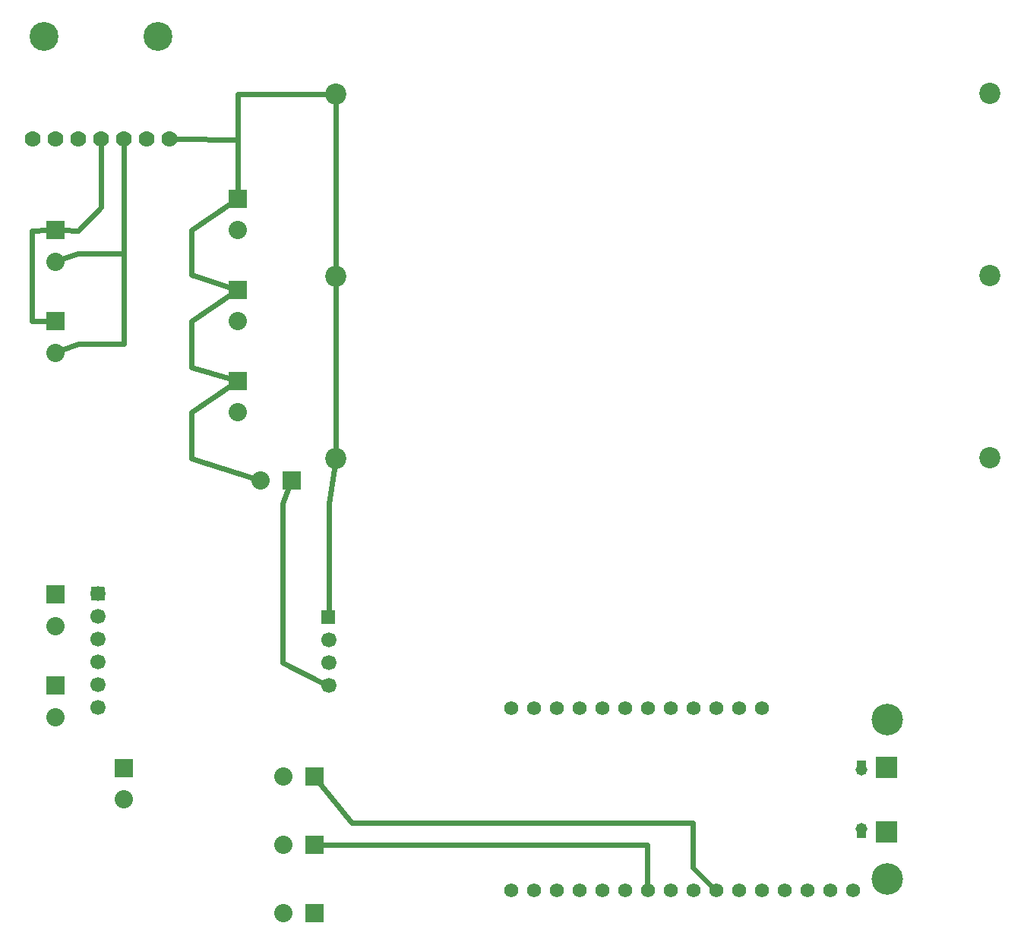
<source format=gbl>
G04 MADE WITH FRITZING*
G04 WWW.FRITZING.ORG*
G04 DOUBLE SIDED*
G04 HOLES PLATED*
G04 CONTOUR ON CENTER OF CONTOUR VECTOR*
%ASAXBY*%
%FSLAX23Y23*%
%MOIN*%
%OFA0B0*%
%SFA1.0B1.0*%
%ADD10C,0.126614*%
%ADD11C,0.070000*%
%ADD12C,0.080000*%
%ADD13C,0.093000*%
%ADD14C,0.138425*%
%ADD15C,0.095000*%
%ADD16C,0.051496*%
%ADD17C,0.062000*%
%ADD18C,0.066555*%
%ADD19C,0.049194*%
%ADD20R,0.080000X0.080000*%
%ADD21R,0.095000X0.095000*%
%ADD22C,0.024000*%
%ADD23R,0.001000X0.001000*%
%LNCOPPER0*%
G90*
G70*
G54D10*
X800Y4427D03*
G54D11*
X250Y3977D03*
X350Y3977D03*
X450Y3977D03*
X550Y3977D03*
X650Y3977D03*
X750Y3977D03*
X850Y3977D03*
G54D10*
X300Y4427D03*
G54D12*
X650Y1215D03*
X650Y1077D03*
X650Y1215D03*
X650Y1077D03*
X350Y1577D03*
X350Y1439D03*
X350Y1577D03*
X350Y1439D03*
X350Y3177D03*
X350Y3039D03*
X350Y3177D03*
X350Y3039D03*
X1387Y2477D03*
X1250Y2477D03*
X1387Y2477D03*
X1250Y2477D03*
X1487Y877D03*
X1350Y877D03*
X1487Y877D03*
X1350Y877D03*
X1487Y577D03*
X1350Y577D03*
X1487Y577D03*
X1350Y577D03*
X1487Y1177D03*
X1350Y1177D03*
X1487Y1177D03*
X1350Y1177D03*
X1150Y2915D03*
X1150Y2777D03*
X1150Y2915D03*
X1150Y2777D03*
X1150Y3315D03*
X1150Y3177D03*
X1150Y3315D03*
X1150Y3177D03*
X1150Y3715D03*
X1150Y3577D03*
X1150Y3715D03*
X1150Y3577D03*
X350Y1977D03*
X350Y1839D03*
X350Y1977D03*
X350Y1839D03*
X350Y3577D03*
X350Y3439D03*
X350Y3577D03*
X350Y3439D03*
G54D13*
X1581Y4176D03*
X4450Y4177D03*
X1581Y4176D03*
X4450Y4177D03*
X1581Y3376D03*
X4450Y3377D03*
X1581Y3376D03*
X4450Y3377D03*
X1581Y2576D03*
X4450Y2577D03*
X1581Y2576D03*
X4450Y2577D03*
G54D14*
X4000Y727D03*
G54D15*
X3999Y1219D03*
G54D16*
X3889Y1207D03*
G54D17*
X2350Y677D03*
X2450Y677D03*
X2550Y677D03*
X2650Y677D03*
X2750Y677D03*
X2850Y677D03*
X2950Y677D03*
X3050Y677D03*
X3150Y677D03*
G54D14*
X4000Y1427D03*
G54D17*
X3250Y677D03*
X3350Y677D03*
X3450Y677D03*
X3550Y677D03*
X3650Y677D03*
X3750Y677D03*
X3850Y677D03*
X3450Y1477D03*
X3350Y1477D03*
X3250Y1477D03*
X3150Y1477D03*
X3050Y1477D03*
X2950Y1477D03*
X2850Y1477D03*
X2750Y1477D03*
X2650Y1477D03*
X2550Y1477D03*
X2450Y1477D03*
X2350Y1477D03*
G54D16*
X3889Y947D03*
G54D15*
X3999Y935D03*
G54D14*
X4000Y727D03*
G54D15*
X3999Y1219D03*
G54D16*
X3889Y1207D03*
G54D17*
X2350Y677D03*
X2450Y677D03*
X2550Y677D03*
X2650Y677D03*
X2750Y677D03*
X2850Y677D03*
X2950Y677D03*
X3050Y677D03*
X3150Y677D03*
G54D14*
X4000Y1427D03*
G54D17*
X3250Y677D03*
X3350Y677D03*
X3450Y677D03*
X3550Y677D03*
X3650Y677D03*
X3750Y677D03*
X3850Y677D03*
X3450Y1477D03*
X3350Y1477D03*
X3250Y1477D03*
X3150Y1477D03*
X3050Y1477D03*
X2950Y1477D03*
X2850Y1477D03*
X2750Y1477D03*
X2650Y1477D03*
X2550Y1477D03*
X2450Y1477D03*
X2350Y1477D03*
G54D16*
X3889Y947D03*
G54D15*
X3999Y935D03*
G54D18*
X537Y1880D03*
X537Y1780D03*
X537Y1680D03*
X537Y1580D03*
X537Y1480D03*
X537Y1980D03*
X1550Y1777D03*
X1550Y1677D03*
G54D19*
X1550Y1877D03*
G54D18*
X1550Y1577D03*
G54D20*
X650Y1215D03*
X650Y1215D03*
X350Y1577D03*
X350Y1577D03*
X350Y3177D03*
X350Y3177D03*
X1387Y2477D03*
X1387Y2477D03*
X1487Y877D03*
X1487Y877D03*
X1487Y577D03*
X1487Y577D03*
X1487Y1177D03*
X1487Y1177D03*
X1150Y2915D03*
X1150Y2915D03*
X1150Y3315D03*
X1150Y3315D03*
X1150Y3715D03*
X1150Y3715D03*
X350Y1977D03*
X350Y1977D03*
X350Y3577D03*
X350Y3577D03*
G54D21*
X3999Y1219D03*
X3999Y935D03*
X3999Y1219D03*
X3999Y935D03*
G54D22*
X450Y3476D02*
X651Y3476D01*
D02*
X651Y3476D02*
X650Y3946D01*
D02*
X379Y3450D02*
X450Y3476D01*
D02*
X651Y3078D02*
X450Y3078D01*
D02*
X450Y3078D02*
X379Y3051D01*
D02*
X650Y3946D02*
X651Y3078D01*
D02*
X3147Y777D02*
X3229Y697D01*
D02*
X3147Y976D02*
X3147Y777D01*
D02*
X1650Y976D02*
X3147Y976D01*
D02*
X1507Y1153D02*
X1650Y976D01*
D02*
X2948Y879D02*
X1518Y877D01*
D02*
X2949Y706D02*
X2948Y879D01*
D02*
X1551Y2379D02*
X1573Y2529D01*
D02*
X1551Y2078D02*
X1551Y2379D01*
D02*
X1550Y1906D02*
X1551Y2078D01*
D02*
X1581Y3424D02*
X1581Y4129D01*
D02*
X1150Y4176D02*
X1150Y3975D01*
D02*
X1150Y3975D02*
X880Y3977D01*
D02*
X1533Y4176D02*
X1150Y4176D01*
D02*
X1150Y3975D02*
X1150Y3746D01*
D02*
X1124Y3697D02*
X947Y3577D01*
D02*
X947Y3577D02*
X947Y3380D01*
D02*
X947Y3380D02*
X1120Y3324D01*
D02*
X947Y3177D02*
X1124Y3297D01*
D02*
X947Y2974D02*
X947Y3177D01*
D02*
X1120Y2924D02*
X947Y2974D01*
D02*
X947Y2777D02*
X1124Y2897D01*
D02*
X947Y2575D02*
X947Y2777D01*
D02*
X1220Y2487D02*
X947Y2575D01*
D02*
X1348Y2377D02*
X1348Y1679D01*
D02*
X1376Y2448D02*
X1348Y2377D01*
D02*
X1348Y1679D02*
X1525Y1589D01*
D02*
X1581Y2624D02*
X1581Y3329D01*
D02*
X249Y3179D02*
X249Y3576D01*
D02*
X249Y3576D02*
X318Y3577D01*
D02*
X318Y3178D02*
X249Y3179D01*
D02*
X450Y3576D02*
X381Y3577D01*
D02*
X550Y3677D02*
X450Y3576D01*
D02*
X550Y3946D02*
X550Y3677D01*
G54D23*
X508Y2010D02*
X565Y2010D01*
X507Y2009D02*
X566Y2009D01*
X507Y2008D02*
X566Y2008D01*
X507Y2007D02*
X566Y2007D01*
X507Y2006D02*
X566Y2006D01*
X507Y2005D02*
X566Y2005D01*
X507Y2004D02*
X566Y2004D01*
X507Y2003D02*
X566Y2003D01*
X507Y2002D02*
X566Y2002D01*
X507Y2001D02*
X566Y2001D01*
X507Y2000D02*
X566Y2000D01*
X507Y1999D02*
X566Y1999D01*
X507Y1998D02*
X531Y1998D01*
X542Y1998D02*
X566Y1998D01*
X507Y1997D02*
X528Y1997D01*
X545Y1997D02*
X566Y1997D01*
X507Y1996D02*
X526Y1996D01*
X547Y1996D02*
X566Y1996D01*
X507Y1995D02*
X525Y1995D01*
X548Y1995D02*
X566Y1995D01*
X507Y1994D02*
X524Y1994D01*
X549Y1994D02*
X566Y1994D01*
X507Y1993D02*
X523Y1993D01*
X550Y1993D02*
X566Y1993D01*
X507Y1992D02*
X522Y1992D01*
X551Y1992D02*
X566Y1992D01*
X507Y1991D02*
X521Y1991D01*
X552Y1991D02*
X566Y1991D01*
X507Y1990D02*
X520Y1990D01*
X553Y1990D02*
X566Y1990D01*
X507Y1989D02*
X520Y1989D01*
X553Y1989D02*
X566Y1989D01*
X507Y1988D02*
X519Y1988D01*
X554Y1988D02*
X566Y1988D01*
X507Y1987D02*
X519Y1987D01*
X554Y1987D02*
X566Y1987D01*
X507Y1986D02*
X518Y1986D01*
X554Y1986D02*
X566Y1986D01*
X507Y1985D02*
X518Y1985D01*
X555Y1985D02*
X566Y1985D01*
X507Y1984D02*
X518Y1984D01*
X555Y1984D02*
X566Y1984D01*
X507Y1983D02*
X518Y1983D01*
X555Y1983D02*
X566Y1983D01*
X507Y1982D02*
X518Y1982D01*
X555Y1982D02*
X566Y1982D01*
X507Y1981D02*
X518Y1981D01*
X555Y1981D02*
X566Y1981D01*
X507Y1980D02*
X517Y1980D01*
X555Y1980D02*
X566Y1980D01*
X507Y1979D02*
X518Y1979D01*
X555Y1979D02*
X566Y1979D01*
X507Y1978D02*
X518Y1978D01*
X555Y1978D02*
X566Y1978D01*
X507Y1977D02*
X518Y1977D01*
X555Y1977D02*
X566Y1977D01*
X507Y1976D02*
X518Y1976D01*
X555Y1976D02*
X566Y1976D01*
X507Y1975D02*
X518Y1975D01*
X555Y1975D02*
X566Y1975D01*
X507Y1974D02*
X519Y1974D01*
X554Y1974D02*
X566Y1974D01*
X507Y1973D02*
X519Y1973D01*
X554Y1973D02*
X566Y1973D01*
X507Y1972D02*
X519Y1972D01*
X554Y1972D02*
X566Y1972D01*
X507Y1971D02*
X520Y1971D01*
X553Y1971D02*
X566Y1971D01*
X507Y1970D02*
X521Y1970D01*
X552Y1970D02*
X566Y1970D01*
X507Y1969D02*
X521Y1969D01*
X552Y1969D02*
X566Y1969D01*
X507Y1968D02*
X522Y1968D01*
X551Y1968D02*
X566Y1968D01*
X507Y1967D02*
X523Y1967D01*
X550Y1967D02*
X566Y1967D01*
X507Y1966D02*
X524Y1966D01*
X549Y1966D02*
X566Y1966D01*
X507Y1965D02*
X525Y1965D01*
X547Y1965D02*
X566Y1965D01*
X507Y1964D02*
X527Y1964D01*
X546Y1964D02*
X566Y1964D01*
X507Y1963D02*
X529Y1963D01*
X544Y1963D02*
X566Y1963D01*
X507Y1962D02*
X533Y1962D01*
X540Y1962D02*
X566Y1962D01*
X507Y1961D02*
X566Y1961D01*
X507Y1960D02*
X566Y1960D01*
X507Y1959D02*
X566Y1959D01*
X507Y1958D02*
X566Y1958D01*
X507Y1957D02*
X566Y1957D01*
X507Y1956D02*
X566Y1956D01*
X507Y1955D02*
X566Y1955D01*
X507Y1954D02*
X566Y1954D01*
X507Y1953D02*
X566Y1953D01*
X507Y1952D02*
X566Y1952D01*
X507Y1951D02*
X566Y1951D01*
X1520Y1907D02*
X1578Y1907D01*
X1520Y1906D02*
X1578Y1906D01*
X1520Y1905D02*
X1578Y1905D01*
X1520Y1904D02*
X1578Y1904D01*
X1520Y1903D02*
X1578Y1903D01*
X1520Y1902D02*
X1578Y1902D01*
X1520Y1901D02*
X1578Y1901D01*
X1520Y1900D02*
X1578Y1900D01*
X1520Y1899D02*
X1578Y1899D01*
X1520Y1898D02*
X1578Y1898D01*
X1520Y1897D02*
X1578Y1897D01*
X1520Y1896D02*
X1578Y1896D01*
X1520Y1895D02*
X1543Y1895D01*
X1555Y1895D02*
X1578Y1895D01*
X1520Y1894D02*
X1540Y1894D01*
X1558Y1894D02*
X1578Y1894D01*
X1520Y1893D02*
X1538Y1893D01*
X1559Y1893D02*
X1578Y1893D01*
X1520Y1892D02*
X1537Y1892D01*
X1561Y1892D02*
X1578Y1892D01*
X1520Y1891D02*
X1536Y1891D01*
X1562Y1891D02*
X1578Y1891D01*
X1520Y1890D02*
X1535Y1890D01*
X1563Y1890D02*
X1578Y1890D01*
X1520Y1889D02*
X1534Y1889D01*
X1564Y1889D02*
X1578Y1889D01*
X1520Y1888D02*
X1533Y1888D01*
X1565Y1888D02*
X1578Y1888D01*
X1520Y1887D02*
X1533Y1887D01*
X1565Y1887D02*
X1578Y1887D01*
X1520Y1886D02*
X1532Y1886D01*
X1566Y1886D02*
X1578Y1886D01*
X1520Y1885D02*
X1532Y1885D01*
X1566Y1885D02*
X1578Y1885D01*
X1520Y1884D02*
X1531Y1884D01*
X1567Y1884D02*
X1578Y1884D01*
X1520Y1883D02*
X1531Y1883D01*
X1567Y1883D02*
X1578Y1883D01*
X1520Y1882D02*
X1531Y1882D01*
X1567Y1882D02*
X1578Y1882D01*
X1520Y1881D02*
X1530Y1881D01*
X1568Y1881D02*
X1578Y1881D01*
X1520Y1880D02*
X1530Y1880D01*
X1568Y1880D02*
X1578Y1880D01*
X1520Y1879D02*
X1530Y1879D01*
X1568Y1879D02*
X1578Y1879D01*
X1520Y1878D02*
X1530Y1878D01*
X1568Y1878D02*
X1578Y1878D01*
X1520Y1877D02*
X1530Y1877D01*
X1568Y1877D02*
X1578Y1877D01*
X1520Y1876D02*
X1530Y1876D01*
X1568Y1876D02*
X1578Y1876D01*
X1520Y1875D02*
X1530Y1875D01*
X1568Y1875D02*
X1578Y1875D01*
X1520Y1874D02*
X1530Y1874D01*
X1568Y1874D02*
X1578Y1874D01*
X1520Y1873D02*
X1531Y1873D01*
X1567Y1873D02*
X1578Y1873D01*
X1520Y1872D02*
X1531Y1872D01*
X1567Y1872D02*
X1578Y1872D01*
X1520Y1871D02*
X1531Y1871D01*
X1567Y1871D02*
X1578Y1871D01*
X1520Y1870D02*
X1531Y1870D01*
X1566Y1870D02*
X1578Y1870D01*
X1520Y1869D02*
X1532Y1869D01*
X1566Y1869D02*
X1578Y1869D01*
X1520Y1868D02*
X1533Y1868D01*
X1565Y1868D02*
X1578Y1868D01*
X1520Y1867D02*
X1533Y1867D01*
X1565Y1867D02*
X1578Y1867D01*
X1520Y1866D02*
X1534Y1866D01*
X1564Y1866D02*
X1578Y1866D01*
X1520Y1865D02*
X1535Y1865D01*
X1563Y1865D02*
X1578Y1865D01*
X1520Y1864D02*
X1536Y1864D01*
X1562Y1864D02*
X1578Y1864D01*
X1520Y1863D02*
X1537Y1863D01*
X1561Y1863D02*
X1578Y1863D01*
X1520Y1862D02*
X1538Y1862D01*
X1560Y1862D02*
X1578Y1862D01*
X1520Y1861D02*
X1540Y1861D01*
X1558Y1861D02*
X1578Y1861D01*
X1520Y1860D02*
X1542Y1860D01*
X1555Y1860D02*
X1578Y1860D01*
X1520Y1859D02*
X1548Y1859D01*
X1550Y1859D02*
X1578Y1859D01*
X1520Y1858D02*
X1578Y1858D01*
X1520Y1857D02*
X1578Y1857D01*
X1520Y1856D02*
X1578Y1856D01*
X1520Y1855D02*
X1578Y1855D01*
X1520Y1854D02*
X1578Y1854D01*
X1520Y1853D02*
X1578Y1853D01*
X1520Y1852D02*
X1578Y1852D01*
X1520Y1851D02*
X1578Y1851D01*
X1520Y1850D02*
X1578Y1850D01*
X1520Y1849D02*
X1578Y1849D01*
X1520Y1848D02*
X1578Y1848D01*
X3868Y1248D02*
X3909Y1248D01*
X3868Y1247D02*
X3909Y1247D01*
X3868Y1246D02*
X3909Y1246D01*
X3868Y1245D02*
X3909Y1245D01*
X3868Y1244D02*
X3909Y1244D01*
X3868Y1243D02*
X3909Y1243D01*
X3868Y1242D02*
X3909Y1242D01*
X3868Y1241D02*
X3909Y1241D01*
X3868Y1240D02*
X3909Y1240D01*
X3868Y1239D02*
X3909Y1239D01*
X3868Y1238D02*
X3909Y1238D01*
X3868Y1237D02*
X3909Y1237D01*
X3868Y1236D02*
X3909Y1236D01*
X3868Y1235D02*
X3909Y1235D01*
X3868Y1234D02*
X3909Y1234D01*
X3868Y1233D02*
X3909Y1233D01*
X3868Y1232D02*
X3909Y1232D01*
X3868Y1231D02*
X3909Y1231D01*
X3868Y1230D02*
X3909Y1230D01*
X3868Y1229D02*
X3909Y1229D01*
X3868Y1228D02*
X3885Y1228D01*
X3891Y1228D02*
X3909Y1228D01*
X3868Y1227D02*
X3881Y1227D01*
X3895Y1227D02*
X3909Y1227D01*
X3868Y1226D02*
X3879Y1226D01*
X3898Y1226D02*
X3909Y1226D01*
X3868Y1225D02*
X3877Y1225D01*
X3900Y1225D02*
X3909Y1225D01*
X3868Y1224D02*
X3875Y1224D01*
X3901Y1224D02*
X3909Y1224D01*
X3868Y1223D02*
X3874Y1223D01*
X3902Y1223D02*
X3909Y1223D01*
X3868Y1222D02*
X3873Y1222D01*
X3903Y1222D02*
X3909Y1222D01*
X3868Y1221D02*
X3872Y1221D01*
X3904Y1221D02*
X3909Y1221D01*
X3868Y1220D02*
X3871Y1220D01*
X3905Y1220D02*
X3909Y1220D01*
X3868Y1219D02*
X3871Y1219D01*
X3906Y1219D02*
X3909Y1219D01*
X3868Y1218D02*
X3870Y1218D01*
X3907Y1218D02*
X3909Y1218D01*
X3868Y1217D02*
X3869Y1217D01*
X3907Y1217D02*
X3909Y1217D01*
X3868Y1216D02*
X3869Y1216D01*
X3908Y1216D02*
X3909Y1216D01*
X3868Y1215D02*
X3868Y1215D01*
X3908Y1215D02*
X3909Y1215D01*
X3868Y1214D02*
X3868Y1214D01*
X3908Y1214D02*
X3909Y1214D01*
X3868Y1213D02*
X3868Y1213D01*
X3909Y1213D02*
X3909Y1213D01*
X3868Y1212D02*
X3868Y1212D01*
X3868Y1202D02*
X3868Y1202D01*
X3909Y1202D02*
X3909Y1202D01*
X3868Y1201D02*
X3868Y1201D01*
X3908Y1201D02*
X3909Y1201D01*
X3868Y1200D02*
X3868Y1200D01*
X3908Y1200D02*
X3909Y1200D01*
X3868Y1199D02*
X3869Y1199D01*
X3908Y1199D02*
X3909Y1199D01*
X3868Y1198D02*
X3869Y1198D01*
X3907Y1198D02*
X3909Y1198D01*
X3868Y1197D02*
X3870Y1197D01*
X3907Y1197D02*
X3909Y1197D01*
X3868Y1196D02*
X3870Y1196D01*
X3906Y1196D02*
X3909Y1196D01*
X3868Y1195D02*
X3871Y1195D01*
X3905Y1195D02*
X3909Y1195D01*
X3868Y1194D02*
X3872Y1194D01*
X3904Y1194D02*
X3909Y1194D01*
X3868Y1193D02*
X3873Y1193D01*
X3904Y1193D02*
X3909Y1193D01*
X3868Y1192D02*
X3874Y1192D01*
X3903Y1192D02*
X3909Y1192D01*
X3868Y1191D02*
X3875Y1191D01*
X3901Y1191D02*
X3909Y1191D01*
X3868Y1190D02*
X3877Y1190D01*
X3900Y1190D02*
X3909Y1190D01*
X3868Y1189D02*
X3878Y1189D01*
X3898Y1189D02*
X3909Y1189D01*
X3868Y1188D02*
X3881Y1188D01*
X3896Y1188D02*
X3909Y1188D01*
X3868Y1187D02*
X3883Y1187D01*
X3893Y1187D02*
X3908Y1187D01*
X3868Y968D02*
X3883Y968D01*
X3893Y968D02*
X3908Y968D01*
X3868Y967D02*
X3881Y967D01*
X3896Y967D02*
X3909Y967D01*
X3868Y966D02*
X3878Y966D01*
X3898Y966D02*
X3909Y966D01*
X3868Y965D02*
X3877Y965D01*
X3900Y965D02*
X3909Y965D01*
X3868Y964D02*
X3875Y964D01*
X3901Y964D02*
X3909Y964D01*
X3868Y963D02*
X3874Y963D01*
X3903Y963D02*
X3909Y963D01*
X3868Y962D02*
X3873Y962D01*
X3904Y962D02*
X3909Y962D01*
X3868Y961D02*
X3872Y961D01*
X3904Y961D02*
X3909Y961D01*
X3868Y960D02*
X3871Y960D01*
X3905Y960D02*
X3909Y960D01*
X3868Y959D02*
X3870Y959D01*
X3906Y959D02*
X3909Y959D01*
X3868Y958D02*
X3870Y958D01*
X3907Y958D02*
X3909Y958D01*
X3868Y957D02*
X3869Y957D01*
X3907Y957D02*
X3909Y957D01*
X3868Y956D02*
X3869Y956D01*
X3908Y956D02*
X3909Y956D01*
X3868Y955D02*
X3868Y955D01*
X3908Y955D02*
X3909Y955D01*
X3868Y954D02*
X3868Y954D01*
X3908Y954D02*
X3909Y954D01*
X3868Y953D02*
X3868Y953D01*
X3909Y953D02*
X3909Y953D01*
X3868Y943D02*
X3868Y943D01*
X3868Y942D02*
X3868Y942D01*
X3909Y942D02*
X3909Y942D01*
X3868Y941D02*
X3868Y941D01*
X3908Y941D02*
X3909Y941D01*
X3868Y940D02*
X3868Y940D01*
X3908Y940D02*
X3909Y940D01*
X3868Y939D02*
X3869Y939D01*
X3908Y939D02*
X3909Y939D01*
X3868Y938D02*
X3869Y938D01*
X3907Y938D02*
X3909Y938D01*
X3868Y937D02*
X3870Y937D01*
X3906Y937D02*
X3909Y937D01*
X3868Y936D02*
X3871Y936D01*
X3906Y936D02*
X3909Y936D01*
X3868Y935D02*
X3871Y935D01*
X3905Y935D02*
X3909Y935D01*
X3868Y934D02*
X3872Y934D01*
X3904Y934D02*
X3909Y934D01*
X3868Y933D02*
X3873Y933D01*
X3903Y933D02*
X3909Y933D01*
X3868Y932D02*
X3874Y932D01*
X3902Y932D02*
X3909Y932D01*
X3868Y931D02*
X3875Y931D01*
X3901Y931D02*
X3909Y931D01*
X3868Y930D02*
X3877Y930D01*
X3900Y930D02*
X3909Y930D01*
X3868Y929D02*
X3879Y929D01*
X3898Y929D02*
X3909Y929D01*
X3868Y928D02*
X3881Y928D01*
X3895Y928D02*
X3909Y928D01*
X3868Y927D02*
X3885Y927D01*
X3891Y927D02*
X3909Y927D01*
X3868Y926D02*
X3909Y926D01*
X3868Y925D02*
X3909Y925D01*
X3868Y924D02*
X3909Y924D01*
X3868Y923D02*
X3909Y923D01*
X3868Y922D02*
X3909Y922D01*
X3868Y921D02*
X3909Y921D01*
X3868Y920D02*
X3909Y920D01*
X3868Y919D02*
X3909Y919D01*
X3868Y918D02*
X3909Y918D01*
X3868Y917D02*
X3909Y917D01*
X3868Y916D02*
X3909Y916D01*
X3868Y915D02*
X3909Y915D01*
X3868Y914D02*
X3909Y914D01*
X3868Y913D02*
X3909Y913D01*
X3868Y912D02*
X3909Y912D01*
X3868Y911D02*
X3909Y911D01*
X3868Y910D02*
X3909Y910D01*
X3868Y909D02*
X3909Y909D01*
X3868Y908D02*
X3909Y908D01*
X3868Y907D02*
X3909Y907D01*
D02*
G04 End of Copper0*
M02*
</source>
